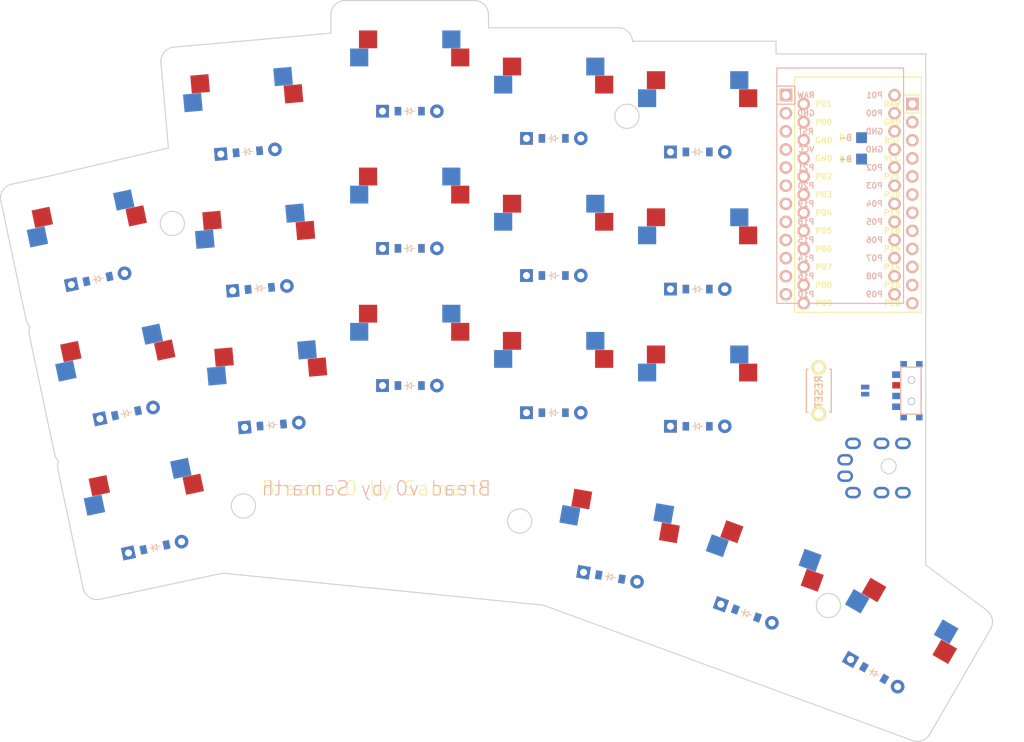
<source format=kicad_pcb>
(kicad_pcb (version 20241229) (generator "pcbnew") (generator_version "9.0")
  (title_block (title "board") (rev "1.1") (company "Scipio"))
  (layers (0 "F.Cu" signal) (2 "B.Cu" signal) (13 "F.Paste" user) (15 "B.Paste" user) (5 "F.SilkS" user) (7 "B.SilkS" user) (1 "F.Mask" user) (3 "B.Mask" user) (25 "Edge.Cuts" user))
  (net 0 "")
  (net 1 "pinky_bottom")
  (net 2 "col_pinky")
  (net 3 "pinky_home")
  (net 4 "pinky_top")
  (net 5 "ring_bottom")
  (net 6 "col_ring")
  (net 7 "ring_home")
  (net 8 "ring_top")
  (net 9 "middle_bottom")
  (net 10 "col_middle")
  (net 11 "middle_home")
  (net 12 "middle_top")
  (net 13 "index_bottom")
  (net 14 "col_index")
  (net 15 "index_home")
  (net 16 "index_top")
  (net 17 "inner_bottom")
  (net 18 "col_inner")
  (net 19 "inner_home")
  (net 20 "inner_top")
  (net 21 "near_thumb")
  (net 22 "home_thumb")
  (net 23 "far_thumb")
  (net 24 "row_bottom")
  (net 25 "row_home")
  (net 26 "row_top")
  (net 27 "row_thumb")
  (net 28 "RAW")
  (net 29 "GND")
  (net 30 "RST")
  (net 31 "VCC")
  (net 32 "P21")
  (net 33 "P16")
  (net 34 "P10")
  (net 35 "P1")
  (net 36 "P0")
  (net 37 "P2")
  (net 38 "P3")
  (net 39 "P8")
  (net 40 "P9")
  (net 41 "P20")
  (net 42 "P19")
  (net 43 "P18")
  (net 44 "P15")
  (net 45 "P14")
  (net 46 "P4")
  (net 47 "P5")
  (net 48 "P6")
  (net 49 "P7")
  (net 50 "Bplus")
  (footprint "E73:SPDT_C128955" (layer "F.Cu") (at 273 124.231 -90)
    (property "Reference" "T1" (hide yes))
    (property "Value" "" (hide yes))
    (pad "" smd rect (at -3.7 -1.1 270) (size 0.9 0.9) (layers "F.Cu" "F.Mask" "F.Paste"))
    (pad "" smd rect (at -3.7 1.1 270) (size 0.9 0.9) (layers "F.Cu" "F.Mask" "F.Paste"))
    (pad "" np_thru_hole circle (at -1.5 0) (size 1 1) (drill 0.9) (layers "*.Cu" "*.Mask"))
    (pad "" np_thru_hole circle (at 1.5 0) (size 1 1) (drill 0.9) (layers "*.Cu" "*.Mask"))
    (pad "" smd rect (at 3.7 -1.1 270) (size 0.9 0.9) (layers "F.Cu" "F.Mask" "F.Paste"))
    (pad "" smd rect (at 3.7 1.1 270) (size 0.9 0.9) (layers "F.Cu" "F.Mask" "F.Paste"))
    (pad "1" smd rect (at 2.25 2.075 270) (size 0.9 1.25) (layers "F.Cu" "F.Mask" "F.Paste"))
    (pad "2" smd rect (at -0.75 2.075 270) (size 0.9 1.25) (layers "F.Cu" "F.Mask" "F.Paste") (net 28 "RAW"))
    (pad "3" smd rect (at -2.25 2.075 270) (size 0.9 1.25) (layers "F.Cu" "F.Mask" "F.Paste") (net 50 "Bplus"))
  )
  (footprint "kbd:ResetSW" (layer "F.Cu") (at 260 124.231 -90)
    (property "Reference" "B1" (hide yes))
    (property "Value" "")
    (fp_text user "RESET" (at 0 0 270) (layer "F.SilkS"))
    (fp_text user "RESET" (at 0.127 0 270) (layer "B.SilkS") (effects (justify mirror)))
    (pad "1" thru_hole circle (at 3.25 0 270) (size 2 2) (drill 1.3) (layers "*.Cu" "*.Mask" "F.SilkS") (net 30 "RST"))
    (pad "2" thru_hole circle (at -3.25 0 270) (size 2 2) (drill 1.3) (layers "*.Cu" "*.Mask" "F.SilkS") (net 29 "GND"))
  )
  (footprint "MX" (layer "F.Cu") (at 182.829904 124.071438 5)
    (property "Reference" "S4" (hide yes))
    (property "Value" "" (hide yes))
    (pad "" np_thru_hole circle (at -5.08 0) (size 1.7018 1.7018) (drill 1.7018) (layers "*.Cu" "*.Mask"))
    (pad "" np_thru_hole circle (at -3.81 -2.54) (size 3 3) (drill 3) (layers "*.Cu" "*.Mask"))
    (pad "" np_thru_hole circle (at -2.54 -5.08) (size 3 3) (drill 3) (layers "*.Cu" "*.Mask"))
    (pad "" np_thru_hole circle (at 0 0) (size 3.9878 3.9878) (drill 3.9878) (layers "*.Cu" "*.Mask"))
    (pad "" np_thru_hole circle (at 2.54 -5.08) (size 3 3) (drill 3) (layers "*.Cu" "*.Mask"))
    (pad "" np_thru_hole circle (at 3.81 -2.54) (size 3 3) (drill 3) (layers "*.Cu" "*.Mask"))
    (pad "" np_thru_hole circle (at 5.08 0) (size 1.7018 1.7018) (drill 1.7018) (layers "*.Cu" "*.Mask"))
    (pad "1" smd rect (at -7.085 -2.54 5) (size 2.55 2.5) (layers "B.Cu" "B.Mask" "B.Paste") (net 5 "ring_bottom"))
    (pad "1" smd rect (at 7.085 -2.54 5) (size 2.55 2.5) (layers "F.Cu" "F.Mask" "F.Paste") (net 5 "ring_bottom"))
    (pad "2" smd rect (at -5.842 -5.08 5) (size 2.55 2.5) (layers "F.Cu" "F.Mask" "F.Paste") (net 6 "col_ring"))
    (pad "2" smd rect (at 5.842 -5.08 5) (size 2.55 2.5) (layers "B.Cu" "B.Mask" "B.Paste") (net 6 "col_ring"))
  )
  (footprint "MX" (layer "F.Cu") (at 157.850022 103.673299 12)
    (property "Reference" "S3" (hide yes))
    (property "Value" "" (hide yes))
    (pad "" np_thru_hole circle (at -5.08 0) (size 1.7018 1.7018) (drill 1.7018) (layers "*.Cu" "*.Mask"))
    (pad "" np_thru_hole circle (at -3.81 -2.54) (size 3 3) (drill 3) (layers "*.Cu" "*.Mask"))
    (pad "" np_thru_hole circle (at -2.54 -5.08) (size 3 3) (drill 3) (layers "*.Cu" "*.Mask"))
    (pad "" np_thru_hole circle (at 0 0) (size 3.9878 3.9878) (drill 3.9878) (layers "*.Cu" "*.Mask"))
    (pad "" np_thru_hole circle (at 2.540001 -5.08) (size 3 3) (drill 3) (layers "*.Cu" "*.Mask"))
    (pad "" np_thru_hole circle (at 3.81 -2.539999) (size 3 3) (drill 3) (layers "*.Cu" "*.Mask"))
    (pad "" np_thru_hole circle (at 5.08 0) (size 1.7018 1.7018) (drill 1.7018) (layers "*.Cu" "*.Mask"))
    (pad "1" smd rect (at -7.084999 -2.54 12) (size 2.55 2.5) (layers "B.Cu" "B.Mask" "B.Paste") (net 4 "pinky_top"))
    (pad "1" smd rect (at 7.085 -2.54 12) (size 2.55 2.5) (layers "F.Cu" "F.Mask" "F.Paste") (net 4 "pinky_top"))
    (pad "2" smd rect (at -5.842 -5.08 12) (size 2.55 2.5) (layers "F.Cu" "F.Mask" "F.Paste") (net 2 "col_pinky"))
    (pad "2" smd rect (at 5.842 -5.08 12) (size 2.55 2.5) (layers "B.Cu" "B.Mask" "B.Paste") (net 2 "col_pinky"))
  )
  (footprint "MX" (layer "F.Cu") (at 243 85.75)
    (property "Reference" "S15" (hide yes))
    (property "Value" "" (hide yes))
    (pad "" np_thru_hole circle (at -5.08 0) (size 1.7018 1.7018) (drill 1.7018) (layers "*.Cu" "*.Mask"))
    (pad "" np_thru_hole circle (at -3.81 -2.54) (size 3 3) (drill 3) (layers "*.Cu" "*.Mask"))
    (pad "" np_thru_hole circle (at -2.54 -5.08) (size 3 3) (drill 3) (layers "*.Cu" "*.Mask"))
    (pad "" np_thru_hole circle (at 0 0) (size 3.9878 3.9878) (drill 3.9878) (layers "*.Cu" "*.Mask"))
    (pad "" np_thru_hole circle (at 2.54 -5.08) (size 3 3) (drill 3) (layers "*.Cu" "*.Mask"))
    (pad "" np_thru_hole circle (at 3.81 -2.54) (size 3 3) (drill 3) (layers "*.Cu" "*.Mask"))
    (pad "" np_thru_hole circle (at 5.08 0) (size 1.7018 1.7018) (drill 1.7018) (layers "*.Cu" "*.Mask"))
    (pad "1" smd rect (at -7.085 -2.54) (size 2.55 2.5) (layers "B.Cu" "B.Mask" "B.Paste") (net 20 "inner_top"))
    (pad "1" smd rect (at 7.085 -2.54) (size 2.55 2.5) (layers "F.Cu" "F.Mask" "F.Paste") (net 20 "inner_top"))
    (pad "2" smd rect (at -5.842 -5.08) (size 2.55 2.5) (layers "F.Cu" "F.Mask" "F.Paste") (net 18 "col_inner"))
    (pad "2" smd rect (at 5.842 -5.08) (size 2.55 2.5) (layers "B.Cu" "B.Mask" "B.Paste") (net 18 "col_inner"))
  )
  (footprint "MX" (layer "F.Cu") (at 165.850672 141.313397 12)
    (property "Reference" "S1" (hide yes))
    (property "Value" "" (hide yes))
    (pad "" np_thru_hole circle (at -5.08 0) (size 1.7018 1.7018) (drill 1.7018) (layers "*.Cu" "*.Mask"))
    (pad "" np_thru_hole circle (at -3.81 -2.54) (size 3 3) (drill 3) (layers "*.Cu" "*.Mask"))
    (pad "" np_thru_hole circle (at -2.54 -5.08) (size 3 3) (drill 3) (layers "*.Cu" "*.Mask"))
    (pad "" np_thru_hole circle (at 0 0) (size 3.9878 3.9878) (drill 3.9878) (layers "*.Cu" "*.Mask"))
    (pad "" np_thru_hole circle (at 2.540001 -5.08) (size 3 3) (drill 3) (layers "*.Cu" "*.Mask"))
    (pad "" np_thru_hole circle (at 3.81 -2.539999) (size 3 3) (drill 3) (layers "*.Cu" "*.Mask"))
    (pad "" np_thru_hole circle (at 5.08 0) (size 1.7018 1.7018) (drill 1.7018) (layers "*.Cu" "*.Mask"))
    (pad "1" smd rect (at -7.084999 -2.54 12) (size 2.55 2.5) (layers "B.Cu" "B.Mask" "B.Paste") (net 1 "pinky_bottom"))
    (pad "1" smd rect (at 7.085 -2.54 12) (size 2.55 2.5) (layers "F.Cu" "F.Mask" "F.Paste") (net 1 "pinky_bottom"))
    (pad "2" smd rect (at -5.842 -5.08 12) (size 2.55 2.5) (layers "F.Cu" "F.Mask" "F.Paste") (net 2 "col_pinky"))
    (pad "2" smd rect (at 5.842 -5.08 12) (size 2.55 2.5) (layers "B.Cu" "B.Mask" "B.Paste") (net 2 "col_pinky"))
  )
  (footprint "ProMicro" (layer "F.Cu") (at 265.5 98 -90)
    (property "Reference" "MCU2" (hide yes))
    (property "Value" "" (hide yes))
    (fp_text user "P05" (at 3.81 4.8 0) (layer "F.SilkS") (effects (font (size 0.8 0.8))))
    (fp_text user "VCC" (at -6.35 -4.8 0) (layer "F.SilkS") (effects (font (size 0.8 0.8))))
    (fp_text user "GND" (at -6.35 4.8 0) (layer "F.SilkS") (effects (font (size 0.8 0.8))))
    (fp_text user "P10" (at 13.97 -4.8 0) (layer "F.SilkS") (effects (font (size 0.8 0.8))))
    (fp_text user "GND" (at -11.43 -4.8 0) (layer "F.SilkS") (effects (font (size 0.8 0.8))))
    (fp_text user "GND" (at -8.89 4.8 0) (layer "F.SilkS") (effects (font (size 0.8 0.8))))
    (fp_text user "P09" (at 13.97 4.8 0) (layer "F.SilkS") (effects (font (size 0.8 0.8))))
    (fp_text user "P21" (at -3.81 -4.8 0) (layer "F.SilkS") (effects (font (size 0.8 0.8))))
    (fp_text user "P06" (at 6.35 4.8 0) (layer "F.SilkS") (effects (font (size 0.8 0.8))))
    (fp_text user "RAW" (at -13.97 -4.8 0) (layer "F.SilkS") (effects (font (size 0.8 0.8))))
    (fp_text user "P01" (at -13.97 4.8 0) (layer "F.SilkS") (effects (font (size 0.8 0.8))))
    (fp_text user "P02" (at -3.81 4.8 0) (layer "F.SilkS") (effects (font (size 0.8 0.8))))
    (fp_text user "P03" (at -1.27 4.8 0) (layer "F.SilkS") (effects (font (size 0.8 0.8))))
    (fp_text user "P19" (at 1.27 -4.8 0) (layer "F.SilkS") (effects (font (size 0.8 0.8))))
    (fp_text user "P16" (at 11.43 -4.8 0) (layer "F.SilkS") (effects (font (size 0.8 0.8))))
    (fp_text user "P20" (at -1.27 -4.8 0) (layer "F.SilkS") (effects (font (size 0.8 0.8))))
    (fp_text user "P00" (at -11.43 4.8 0) (layer "F.SilkS") (effects (font (size 0.8 0.8))))
    (fp_text user "P07" (at 8.89 4.8 0) (layer "F.SilkS") (effects (font (size 0.8 0.8))))
    (fp_text user "RST" (at -8.89 -4.8 0) (layer "F.SilkS") (effects (font (size 0.8 0.8))))
    (fp_text user "P08" (at 11.43 4.8 0) (layer "F.SilkS") (effects (font (size 0.8 0.8))))
    (fp_text user "P04" (at 1.27 4.8 0) (layer "F.SilkS") (effects (font (size 0.8 0.8))))
    (fp_text user "P14" (at 8.89 -4.8 0) (layer "F.SilkS") (effects (font (size 0.8 0.8))))
    (fp_text user "P15" (at 6.35 -4.8 0) (layer "F.SilkS") (effects (font (size 0.8 0.8))))
    (fp_text user "P18" (at 3.81 -4.8 0) (layer "F.SilkS") (effects (font (size 0.8 0.8))))
    (pad "1" thru_hole rect (at -13.97 -7.62 270) (size 1.7526 1.7526) (drill 1.0922) (layers "*.Cu" "*.SilkS" "*.Mask") (net 28 "RAW"))
    (pad "2" thru_hole circle (at -11.43 -7.62) (size 1.7526 1.7526) (drill 1.0922) (layers "*.Cu" "*.SilkS" "*.Mask") (net 29 "GND"))
    (pad "3" thru_hole circle (at -8.89 -7.62) (size 1.7526 1.7526) (drill 1.0922) (layers "*.Cu" "*.SilkS" "*.Mask") (net 30 "RST"))
    (pad "4" thru_hole circle (at -6.35 -7.62) (size 1.7526 1.7526) (drill 1.0922) (layers "*.Cu" "*.SilkS" "*.Mask") (net 31 "VCC"))
    (pad "5" thru_hole circle (at -3.81 -7.62) (size 1.7526 1.7526) (drill 1.0922) (layers "*.Cu" "*.SilkS" "*.Mask") (net 32 "P21"))
    (pad "6" thru_hole circle (at -1.27 -7.62) (size 1.7526 1.7526) (drill 1.0922) (layers "*.Cu" "*.SilkS" "*.Mask") (net 41 "P20"))
    (pad "7" thru_hole circle (at 1.27 -7.62) (size 1.7526 1.7526) (drill 1.0922) (layers "*.Cu" "*.SilkS" "*.Mask") (net 42 "P19"))
    (pad "8" thru_hole circle (at 3.81 -7.62) (size 1.7526 1.7526) (drill 1.0922) (layers "*.Cu" "*.SilkS" "*.Mask") (net 43 "P18"))
    (pad "9" thru_hole circle (at 6.35 -7.62) (size 1.7526 1.7526) (drill 1.0922) (layers "*.Cu" "*.SilkS" "*.Mask") (net 44 "P15"))
    (pad "10" thru_hole circle (at 8.89 -7.62) (size 1.7526 1.7526) (drill 1.0922) (layers "*.Cu" "*.SilkS" "*.Mask") (net 45 "P14"))
    (pad "11" thru_hole circle (at 11.43 -7.62) (size 1.7526 1.7526) (drill 1.0922) (layers "*.Cu" "*.SilkS" "*.Mask") (net 33 "P16"))
    (pad "12" thru_hole circle (at 13.97 -7.62) (size 1.7526 1.7526) (drill 1.0922) (layers "*.Cu" "*.SilkS" "*.Mask") (net 34 "P10"))
    (pad "13" thru_hole circle (at -13.97 7.62) (size 1.7526 1.7526) (drill 1.0922) (layers "*.Cu" "*.SilkS" "*.Mask") (net 35 "P1"))
    (pad "14" thru_hole circle (at -11.43 7.62) (size 1.7526 1.7526) (drill 1.0922) (layers "*.Cu" "*.SilkS" "*.Mask") (net 36 "P0"))
    (pad "15" thru_hole circle (at -8.89 7.62) (size 1.7526 1.7526) (drill 1.0922) (layers "*.Cu" "*.SilkS" "*.Mask") (net 29 "GND"))
    (pad "16" thru_hole circle (at -6.35 7.62) (size 1.7526 1.7526) (drill 1.0922) (layers "*.Cu" "*.SilkS" "*.Mask") (net 29 "GND"))
    (pad "17" thru_hole circle (at -3.81 7.62) (size 1.7526 1.7526) (drill 1.0922) (layers "*.Cu" "*.SilkS" "*.Mask") (net 37 "P2"))
    (pad "18" thru_hole circle (at -1.27 7.62) (size 1.7526 1.7526) (drill 1.0922) (layers "*.Cu" "*.SilkS" "*.Mask") (net 38 "P3"))
    (pad "19" thru_hole circle (at 1.27 7.62) (size 1.7526 1.7526) (drill 1.0922) (layers "*.Cu" "*.SilkS" "*.Mask") (net 46 "P4"))
    (pad "20" thru_hole circle (at 3.81 7.62) (size 1.7526 1.7526) (drill 1.0922) (layers "*.Cu" "*.SilkS" "*.Mask") (net 47 "P5"))
    (pad "21" thru_hole circle (at 6.35 7.62) (size 1.7526 1.7526) (drill 1.0922) (layers "*.Cu" "*.SilkS" "*.Mask") (net 48 "P6"))
    (pad "22" thru_hole circle (at 8.89 7.62) (size 1.7526 1.7526) (drill 1.0922) (layers "*.Cu" "*.SilkS" "*.Mask") (net 49 "P7"))
    (pad "23" thru_hole circle (at 11.43 7.62) (size 1.7526 1.7526) (drill 1.0922) (layers "*.Cu" "*.SilkS" "*.Mask") (net 39 "P8"))
    (pad "24" thru_hole circle (at 13.97 7.62) (size 1.7526 1.7526) (drill 1.0922) (layers "*.Cu" "*.SilkS" "*.Mask") (net 40 "P9"))
  )
  (footprint "MX" (layer "F.Cu") (at 202.614 80.035)
    (property "Reference" "S9" (hide yes))
    (property "Value" "" (hide yes))
    (pad "" np_thru_hole circle (at -5.08 0) (size 1.7018 1.7018) (drill 1.7018) (layers "*.Cu" "*.Mask"))
    (pad "" np_thru_hole circle (at -3.81 -2.54) (size 3 3) (drill 3) (layers "*.Cu" "*.Mask"))
    (pad "" np_thru_hole circle (at -2.54 -5.08) (size 3 3) (drill 3) (layers "*.Cu" "*.Mask"))
    (pad "" np_thru_hole circle (at 0 0) (size 3.9878 3.9878) (drill 3.9878) (layers "*.Cu" "*.Mask"))
    (pad "" np_thru_hole circle (at 2.54 -5.08) (size 3 3) (drill 3) (layers "*.Cu" "*.Mask"))
    (pad "" np_thru_hole circle (at 3.81 -2.54) (size 3 3) (drill 3) (layers "*.Cu" "*.Mask"))
    (pad "" np_thru_hole circle (at 5.08 0) (size 1.7018 1.7018) (drill 1.7018) (layers "*.Cu" "*.Mask"))
    (pad "1" smd rect (at -7.085 -2.54) (size 2.55 2.5) (layers "B.Cu" "B.Mask" "B.Paste") (net 12 "middle_top"))
    (pad "1" smd rect (at 7.085 -2.54) (size 2.55 2.5) (layers "F.Cu" "F.Mask" "F.Paste") (net 12 "middle_top"))
    (pad "2" smd rect (at -5.842 -5.08) (size 2.55 2.5) (layers "F.Cu" "F.Mask" "F.Paste") (net 10 "col_middle"))
    (pad "2" smd rect (at 5.842 -5.08) (size 2.55 2.5) (layers "B.Cu" "B.Mask" "B.Paste") (net 10 "col_middle"))
  )
  (footprint "MX" (layer "F.Cu") (at 202.614 118.516)
    (property "Reference" "S7" (hide yes))
    (property "Value" "" (hide yes))
    (pad "" np_thru_hole circle (at -5.08 0) (size 1.7018 1.7018) (drill 1.7018) (layers "*.Cu" "*.Mask"))
    (pad "" np_thru_hole circle (at -3.81 -2.54) (size 3 3) (drill 3) (layers "*.Cu" "*.Mask"))
    (pad "" np_thru_hole circle (at -2.54 -5.08) (size 3 3) (drill 3) (layers "*.Cu" "*.Mask"))
    (pad "" np_thru_hole circle (at 0 0) (size 3.9878 3.9878) (drill 3.9878) (layers "*.Cu" "*.Mask"))
    (pad "" np_thru_hole circle (at 2.54 -5.08) (size 3 3) (drill 3) (layers "*.Cu" "*.Mask"))
    (pad "" np_thru_hole circle (at 3.81 -2.54) (size 3 3) (drill 3) (layers "*.Cu" "*.Mask"))
    (pad "" np_thru_hole circle (at 5.08 0) (size 1.7018 1.7018) (drill 1.7018) (layers "*.Cu" "*.Mask"))
    (pad "1" smd rect (at -7.085 -2.54) (size 2.55 2.5) (layers "B.Cu" "B.Mask" "B.Paste") (net 9 "middle_bottom"))
    (pad "1" smd rect (at 7.085 -2.54) (size 2.55 2.5) (layers "F.Cu" "F.Mask" "F.Paste") (net 9 "middle_bottom"))
    (pad "2" smd rect (at -5.842 -5.08) (size 2.55 2.5) (layers "F.Cu" "F.Mask" "F.Paste") (net 10 "col_middle"))
    (pad "2" smd rect (at 5.842 -5.08) (size 2.55 2.5) (layers "B.Cu" "B.Mask" "B.Paste") (net 10 "col_middle"))
  )
  (footprint "MX" (layer "F.Cu") (at 243 124.231)
    (property "Reference" "S13" (hide yes))
    (property "Value" "" (hide yes))
    (pad "" np_thru_hole circle (at -5.08 0) (size 1.7018 1.7018) (drill 1.7018) (layers "*.Cu" "*.Mask"))
    (pad "" np_thru_hole circle (at -3.81 -2.54) (size 3 3) (drill 3) (layers "*.Cu" "*.Mask"))
    (pad "" np_thru_hole circle (at -2.54 -5.08) (size 3 3) (drill 3) (layers "*.Cu" "*.Mask"))
    (pad "" np_thru_hole circle (at 0 0) (size 3.9878 3.9878) (drill 3.9878) (layers "*.Cu" "*.Mask"))
    (pad "" np_thru_hole circle (at 2.54 -5.08) (size 3 3) (drill 3) (layers "*.Cu" "*.Mask"))
    (pad "" np_thru_hole circle (at 3.81 -2.54) (size 3 3) (drill 3) (layers "*.Cu" "*.Mask"))
    (pad "" np_thru_hole circle (at 5.08 0) (size 1.7018 1.7018) (drill 1.7018) (layers "*.Cu" "*.Mask"))
    (pad "1" smd rect (at -7.085 -2.54) (size 2.55 2.5) (layers "B.Cu" "B.Mask" "B.Paste") (net 17 "inner_bottom"))
    (pad "1" smd rect (at 7.085 -2.54) (size 2.55 2.5) (layers "F.Cu" "F.Mask" "F.Paste") (net 17 "inner_bottom"))
    (pad "2" smd rect (at -5.842 -5.08) (size 2.55 2.5) (layers "F.Cu" "F.Mask" "F.Paste") (net 18 "col_inner"))
    (pad "2" smd rect (at 5.842 -5.08) (size 2.55 2.5) (layers "B.Cu" "B.Mask" "B.Paste") (net 18 "col_inner"))
  )
  (footprint "lib:Jumper" (layer "F.Cu") (at 266.5 124.231 -90)
    (property "Reference" "J1" (hide yes))
    (property "Value" "Jumper")
    (pad "1" smd rect (at -0.50038 0 270) (size 0.635 1.143) (layers "B.Cu" "B.Mask" "B.Paste") (net 50 "Bplus") (clearance 0.1905))
    (pad "2" smd rect (at 0.50038 0 270) (size 0.635 1.143) (layers "B.Cu" "B.Mask" "B.Paste") (net 28 "RAW") (clearance 0.1905))
  )
  (footprint "MX" (layer "F.Cu") (at 181.152984 104.904154 5)
    (property "Reference" "S5" (hide yes))
    (property "Value" "" (hide yes))
    (pad "" np_thru_hole circle (at -5.08 0) (size 1.7018 1.7018) (drill 1.7018) (layers "*.Cu" "*.Mask"))
    (pad "" np_thru_hole circle (at -3.81 -2.54) (size 3 3) (drill 3) (layers "*.Cu" "*.Mask"))
    (pad "" np_thru_hole circle (at -2.54 -5.08) (size 3 3) (drill 3) (layers "*.Cu" "*.Mask"))
    (pad "" np_thru_hole circle (at 0 0) (size 3.9878 3.9878) (drill 3.9878) (layers "*.Cu" "*.Mask"))
    (pad "" np_thru_hole circle (at 2.54 -5.08) (size 3 3) (drill 3) (layers "*.Cu" "*.Mask"))
    (pad "" np_thru_hole circle (at 3.81 -2.54) (size 3 3) (drill 3) (layers "*.Cu" "*.Mask"))
    (pad "" np_thru_hole circle (at 5.08 0) (size 1.7018 1.7018) (drill 1.7018) (layers "*.Cu" "*.Mask"))
    (pad "1" smd rect (at -7.085 -2.54 5) (size 2.55 2.5) (layers "B.Cu" "B.Mask" "B.Paste") (net 7 "ring_home"))
    (pad "1" smd rect (at 7.085 -2.54 5) (size 2.55 2.5) (layers "F.Cu" "F.Mask" "F.Paste") (net 7 "ring_home"))
    (pad "2" smd rect (at -5.842 -5.08 5) (size 2.55 2.5) (layers "F.Cu" "F.Mask" "F.Paste") (net 6 "col_ring"))
    (pad "2" smd rect (at 5.842 -5.08 5) (size 2.55 2.5) (layers "B.Cu" "B.Mask" "B.Paste") (net 6 "col_ring"))
  )
  (footprint "ComboDiode" (layer "F.Cu") (at 202.614 123.516)
    (property "Reference" "D7" (hide yes))
    (property "Value" "" (hide yes))
    (pad "1" thru_hole rect (at -3.81 0) (size 1.778 1.778) (drill 0.9906) (layers "*.Cu" "*.Mask") (net 24 "row_bottom"))
    (pad "1" smd rect (at -1.65 0) (size 0.9 1.2) (layers "F.Cu" "F.Mask" "F.Paste") (net 24 "row_bottom"))
    (pad "1" smd rect (at -1.65 0) (size 0.9 1.2) (layers "B.Cu" "B.Mask" "B.Paste") (net 24 "row_bottom"))
    (pad "2" smd rect (at 1.65 0) (size 0.9 1.2) (layers "F.Cu" "F.Mask" "F.Paste") (net 9 "middle_bottom"))
    (pad "2" smd rect (at 1.65 0) (size 0.9 1.2) (layers "B.Cu" "B.Mask" "B.Paste") (net 9 "middle_bottom"))
    (pad "2" thru_hole circle (at 3.81 0) (size 1.905 1.905) (drill 0.9906) (layers "*.Cu" "*.Mask") (net 9 "middle_bottom"))
  )
  (footprint "MX" (layer "F.Cu") (at 270.257244 159.515277 -30)
    (property "Reference" "S18" (hide yes))
    (property "Value" "" (hide yes))
    (pad "" np_thru_hole circle (at -5.08 0) (size 1.7018 1.7018) (drill 1.7018) (layers "*.Cu" "*.Mask"))
    (pad "" np_thru_hole circle (at -3.81 -2.54) (size 3 3) (drill 3) (layers "*.Cu" "*.Mask"))
    (pad "" np_thru_hole circle (at -2.54 -5.08) (size 3 3) (drill 3) (layers "*.Cu" "*.Mask"))
    (pad "" np_thru_hole circle (at 0 0) (size 3.9878 3.9878) (drill 3.9878) (layers "*.Cu" "*.Mask"))
    (pad "" np_thru_hole circle (at 2.54 -5.08) (size 3 3) (drill 3) (layers "*.Cu" "*.Mask"))
    (pad "" np_thru_hole circle (at 3.81 -2.540001) (size 3 3) (drill 3) (layers "*.Cu" "*.Mask"))
    (pad "" np_thru_hole circle (at 5.08 0) (size 1.7018 1.7018) (drill 1.7018) (layers "*.Cu" "*.Mask"))
    (pad "1" smd rect (at -7.085 -2.54 330) (size 2.55 2.5) (layers "B.Cu" "B.Mask" "B.Paste") (net 23 "far_thumb"))
    (pad "1" smd rect (at 7.085 -2.54 330) (size 2.55 2.5) (layers "F.Cu" "F.Mask" "F.Paste") (net 23 "far_thumb"))
    (pad "2" smd rect (at -5.842 -5.08 330) (size 2.55 2.5) (layers "F.Cu" "F.Mask" "F.Paste") (net 18 "col_inner"))
    (pad "2" smd rect (at 5.842 -5.08 330) (size 2.55 2.5) (layers "B.Cu" "B.Mask" "B.Paste") (net 18 "col_inner"))
  )
  (footprint "SMDPad" (layer "F.Cu") (at 266 91.75)
    (property "Reference" "PAD1" (hide yes))
    (property "Value" "" (hide yes))
    (fp_text user "B+" (at -2.25 0 0) (layer "F.SilkS") (effects (font (size 0.8 0.8))))
    (fp_text user "B+" (at -2.25 0 0) (layer "B.SilkS") (effects (font (size 0.8 0.8)) (justify mirror)))
    (pad "1" smd rect (at 0 0) (size 1.5 1.5) (layers "F.Cu" "F.Mask" "F.Paste") (net 50 "Bplus"))
    (pad "1" smd rect (at 0 0) (size 1.5 1.5) (layers "B.Cu" "B.Mask" "B.Paste") (net 50 "Bplus"))
  )
  (footprint "ComboDiode" (layer "F.Cu") (at 179.911843 90.717843 5)
    (property "Reference" "D6" (hide yes))
    (property "Value" "" (hide yes))
    (pad "1" thru_hole rect (at -3.81 0 5) (size 1.778 1.778) (drill 0.9906) (layers "*.Cu" "*.Mask") (net 26 "row_top"))
    (pad "1" smd rect (at -1.65 0 5) (size 0.9 1.2) (layers "F.Cu" "F.Mask" "F.Paste") (net 26 "row_top"))
    (pad "1" smd rect (at -1.65 0 5) (size 0.9 1.2) (layers "B.Cu" "B.Mask" "B.Paste") (net 26 "row_top"))
    (pad "2" smd rect (at 1.65 0 5) (size 0.9 1.2) (layers "F.Cu" "F.Mask" "F.Paste") (net 8 "ring_top"))
    (pad "2" smd rect (at 1.65 0 5) (size 0.9 1.2) (layers "B.Cu" "B.Mask" "B.Paste") (net 8 "ring_top"))
    (pad "2" thru_hole circle (at 3.81 0 5) (size 1.905 1.905) (drill 0.9906) (layers "*.Cu" "*.Mask") (net 8 "ring_top"))
  )
  (footprint "ComboDiode" (layer "F.Cu") (at 202.614 104.2755)
    (property "Reference" "D8" (hide yes))
    (property "Value" "" (hide yes))
    (pad "1" thru_hole rect (at -3.81 0) (size 1.778 1.778) (drill 0.9906) (layers "*.Cu" "*.Mask") (net 25 "row_home"))
    (pad "1" smd rect (at -1.65 0) (size 0.9 1.2) (layers "F.Cu" "F.Mask" "F.Paste") (net 25 "row_home"))
    (pad "1" smd rect (at -1.65 0) (size 0.9 1.2) (layers "B.Cu" "B.Mask" "B.Paste") (net 25 "row_home"))
    (pad "2" smd rect (at 1.65 0) (size 0.9 1.2) (layers "F.Cu" "F.Mask" "F.Paste") (net 11 "middle_home"))
    (pad "2" smd rect (at 1.65 0) (size 0.9 1.2) (layers "B.Cu" "B.Mask" "B.Paste") (net 11 "middle_home"))
    (pad "2" thru_hole circle (at 3.81 0) (size 1.905 1.905) (drill 0.9906) (layers "*.Cu" "*.Mask") (net 11 "middle_home"))
  )
  (footprint "ComboDiode" (layer "F.Cu") (at 183.265683 129.052411 5)
    (property "Reference" "D4" (hide yes))
    (property "Value" "" (hide yes))
    (pad "1" thru_hole rect (at -3.81 0 5) (size 1.778 1.778) (drill 0.9906) (layers "*.Cu" "*.Mask") (net 24 "row_bottom"))
    (pad "1" smd rect (at -1.65 0 5) (size 0.9 1.2) (layers "F.Cu" "F.Mask" "F.Paste") (net 24 "row_bottom"))
    (pad "1" smd rect (at -1.65 0 5) (size 0.9 1.2) (layers "B.Cu" "B.Mask" "B.Paste") (net 24 "row_bottom"))
    (pad "2" smd rect (at 1.65 0 5) (size 0.9 1.2) (layers "F.Cu" "F.Mask" "F.Paste") (net 5 "ring_bottom"))
    (pad "2" smd rect (at 1.65 0 5) (size 0.9 1.2) (layers "B.Cu" "B.Mask" "B.Paste") (net 5 "ring_bottom"))
    (pad "2" thru_hole circle (at 3.81 0 5) (size 1.905 1.905) (drill 0.9906) (layers "*.Cu" "*.Mask") (net 5 "ring_bottom"))
  )
  (footprint "ComboDiode" (layer "F.Cu") (at 243 109.9905)
    (property "Reference" "D14" (hide yes))
    (property "Value" "" (hide yes))
    (pad "1" thru_hole rect (at -3.81 0) (size 1.778 1.778) (drill 0.9906) (layers "*.Cu" "*.Mask") (net 25 "row_home"))
    (pad "1" smd rect (at -1.65 0) (size 0.9 1.2) (layers "F.Cu" "F.Mask" "F.Paste") (net 25 "row_home"))
    (pad "1" smd rect (at -1.65 0) (size 0.9 1.2) (layers "B.Cu" "B.Mask" "B.Paste") (net 25 "row_home"))
    (pad "2" smd rect (at 1.65 0) (size 0.9 1.2) (layers "F.Cu" "F.Mask" "F.Paste") (net 19 "inner_home"))
    (pad "2" smd rect (at 1.65 0) (size 0.9 1.2) (layers "B.Cu" "B.Mask" "B.Paste") (net 19 "inner_home"))
    (pad "2" thru_hole circle (at 3.81 0) (size 1.905 1.905) (drill 0.9906) (layers "*.Cu" "*.Mask") (net 19 "inner_home"))
  )
  (footprint "ComboDiode" (layer "F.Cu") (at 267.757244 163.845404 -30)
    (property "Reference" "D18" (hide yes))
    (property "Value" "" (hide yes))
    (pad "1" thru_hole rect (at -3.81 0 330) (size 1.778 1.778) (drill 0.9906) (layers "*.Cu" "*.Mask") (net 27 "row_thumb"))
    (pad "1" smd rect (at -1.65 0 330) (size 0.9 1.2) (layers "F.Cu" "F.Mask" "F.Paste") (net 27 "row_thumb"))
    (pad "1" smd rect (at -1.65 0 330) (size 0.9 1.2) (layers "B.Cu" "B.Mask" "B.Paste") (net 27 "row_thumb"))
    (pad "2" smd rect (at 1.65 0 330) (size 0.9 1.2) (layers "F.Cu" "F.Mask" "F.Paste") (net 23 "far_thumb"))
    (pad "2" smd rect (at 1.65 0 330) (size 0.9 1.2) (layers "B.Cu" "B.Mask" "B.Paste") (net 23 "far_thumb"))
    (pad "2" thru_hole circle (at 3.81 0 330) (size 1.905 1.905) (drill 0.9906) (layers "*.Cu" "*.Mask") (net 23 "far_thumb"))
  )
  (footprint "ComboDiode" (layer "F.Cu") (at 162.889906 127.384086 12)
    (property "Reference" "D2" (hide yes))
    (property "Value" "" (hide yes))
    (pad "1" thru_hole rect (at -3.81 0.000001 12) (size 1.778 1.778) (drill 0.9906) (layers "*.Cu" "*.Mask") (net 25 "row_home"))
    (pad "1" smd rect (at -1.65 0 12) (size 0.9 1.2) (layers "F.Cu" "F.Mask" "F.Paste") (net 25 "row_home"))
    (pad "1" smd rect (at -1.65 0 12) (size 0.9 1.2) (layers "B.Cu" "B.Mask" "B.Paste") (net 25 "row_home"))
    (pad "2" smd rect (at 1.65 0 12) (size 0.9 1.2) (layers "F.Cu" "F.Mask" "F.Paste") (net 3 "pinky_home"))
    (pad "2" smd rect (at 1.65 0 12) (size 0.9 1.2) (layers "B.Cu" "B.Mask" "B.Paste") (net 3 "pinky_home"))
    (pad "2" thru_hole circle (at 3.81 -0.000001 12) (size 1.905 1.905) (drill 0.9906) (layers "*.Cu" "*.Mask") (net 3 "pinky_home"))
  )
  (footprint "MX" (layer "F.Cu") (at 222.807 122.326)
    (property "Reference" "S10" (hide yes))
    (property "Value" "" (hide yes))
    (pad "" np_thru_hole circle (at -5.08 0) (size 1.7018 1.7018) (drill 1.7018) (layers "*.Cu" "*.Mask"))
    (pad "" np_thru_hole circle (at -3.81 -2.54) (size 3 3) (drill 3) (layers "*.Cu" "*.Mask"))
    (pad "" np_thru_hole circle (at -2.54 -5.08) (size 3 3) (drill 3) (layers "*.Cu" "*.Mask"))
    (pad "" np_thru_hole circle (at 0 0) (size 3.9878 3.9878) (drill 3.9878) (layers "*.Cu" "*.Mask"))
    (pad "" np_thru_hole circle (at 2.54 -5.08) (size 3 3) (drill 3) (layers "*.Cu" "*.Mask"))
    (pad "" np_thru_hole circle (at 3.81 -2.54) (size 3 3) (drill 3) (layers "*.Cu" "*.Mask"))
    (pad "" np_thru_hole circle (at 5.08 0) (size 1.7018 1.7018) (drill 1.7018) (layers "*.Cu" "*.Mask"))
    (pad "1" smd rect (at -7.085 -2.54) (size 2.55 2.5) (layers "B.Cu" "B.Mask" "B.Paste") (net 13 "index_bottom"))
    (pad "1" smd rect (at 7.085 -2.54) (size 2.55 2.5) (layers "F.Cu" "F.Mask" "F.Paste") (net 13 "index_bottom"))
    (pad "2" smd rect (at -5.842 -5.08) (size 2.55 2.5) (layers "F.Cu" "F.Mask" "F.Paste") (net 14 "col_index"))
    (pad "2" smd rect (at 5.842 -5.08) (size 2.55 2.5) (layers "B.Cu" "B.Mask" "B.Paste") (net 14 "col_index"))
  )
  (footprint "ComboDiode" (layer "F.Cu") (at 222.807 88.845)
    (property "Reference" "D12" (hide yes))
    (property "Value" "" (hide yes))
    (pad "1" thru_hole rect (at -3.81 0) (size 1.778 1.778) (drill 0.9906) (layers "*.Cu" "*.Mask") (net 26 "row_top"))
    (pad "1" smd rect (at -1.65 0) (size 0.9 1.2) (layers "F.Cu" "F.Mask" "F.Paste") (net 26 "row_top"))
    (pad "1" smd rect (at -1.65 0) (size 0.9 1.2) (layers "B.Cu" "B.Mask" "B.Paste") (net 26 "row_top"))
    (pad "2" smd rect (at 1.65 0) (size 0.9 1.2) (layers "F.Cu" "F.Mask" "F.Paste") (net 16 "index_top"))
    (pad "2" smd rect (at 1.65 0) (size 0.9 1.2) (layers "B.Cu" "B.Mask" "B.Paste") (net 16 "index_top"))
    (pad "2" thru_hole circle (at 3.81 0) (size 1.905 1.905) (drill 0.9906) (layers "*.Cu" "*.Mask") (net 16 "index_top"))
  )
  (footprint "ComboDiode" (layer "F.Cu") (at 230.750172 150.375931 -10)
    (property "Reference" "D16" (hide yes))
    (property "Value" "" (hide yes))
    (pad "1" thru_hole rect (at -3.810001 0 350) (size 1.778 1.778) (drill 0.9906) (layers "*.Cu" "*.Mask") (net 27 "row_thumb"))
    (pad "1" smd rect (at -1.65 0.000001 350) (size 0.9 1.2) (layers "F.Cu" "F.Mask" "F.Paste") (net 27 "row_thumb"))
    (pad "1" smd rect (at -1.65 0.000001 350) (size 0.9 1.2) (layers "B.Cu" "B.Mask" "B.Paste") (net 27 "row_thumb"))
    (pad "2" smd rect (at 1.65 -0.000001 350) (size 0.9 1.2) (layers "F.Cu" "F.Mask" "F.Paste") (net 21 "near_thumb"))
    (pad "2" smd rect (at 1.65 -0.000001 350) (size 0.9 1.2) (layers "B.Cu" "B.Mask" "B.Paste") (net 21 "near_thumb"))
    (pad "2" thru_hole circle (at 3.810001 0 350) (size 1.905 1.905) (drill 0.9906) (layers "*.Cu" "*.Mask") (net 21 "near_thumb"))
  )
  (footprint "MX" (layer "F.Cu") (at 179.476064 85.73687 5)
    (property "Reference" "S6" (hide yes))
    (property "Value" "" (hide yes))
    (pad "" np_thru_hole circle (at -5.08 0) (size 1.7018 1.7018) (drill 1.7018) (layers "*.Cu" "*.Mask"))
    (pad "" np_thru_hole circle (at -3.81 -2.54) (size 3 3) (drill 3) (layers "*.Cu" "*.Mask"))
    (pad "" np_thru_hole circle (at -2.54 -5.08) (size 3 3) (drill 3) (layers "*.Cu" "*.Mask"))
    (pad "" np_thru_hole circle (at 0 0) (size 3.9878 3.9878) (drill 3.9878) (layers "*.Cu" "*.Mask"))
    (pad "" np_thru_hole circle (at 2.54 -5.08) (size 3 3) (drill 3) (layers "*.Cu" "*.Mask"))
    (pad "" np_thru_hole circle (at 3.81 -2.54) (size 3 3) (drill 3) (layers "*.Cu" "*.Mask"))
    (pad "" np_thru_hole circle (at 5.08 0) (size 1.7018 1.7018) (drill 1.7018) (layers "*.Cu" "*.Mask"))
    (pad "1" smd rect (at -7.085 -2.54 5) (size 2.55 2.5) (layers "B.Cu" "B.Mask" "B.Paste") (net 8 "ring_top"))
    (pad "1" smd rect (at 7.085 -2.54 5) (size 2.55 2.5) (layers "F.Cu" "F.Mask" "F.Paste") (net 8 "ring_top"))
    (pad "2" smd rect (at -5.842 -5.08 5) (size 2.55 2.5) (layers "F.Cu" "F.Mask" "F.Paste") (net 6 "col_ring"))
    (pad "2" smd rect (at 5.842 -5.08 5) (size 2.55 2.5) (layers "B.Cu" "B.Mask" "B.Paste") (net 6 "col_ring"))
  )
  (footprint "ComboDiode" (layer "F.Cu") (at 243 129.231)
    (property "Reference" "D13" (hide yes))
    (property "Value" "" (hide yes))
    (pad "1" thru_hole rect (at -3.81 0) (size 1.778 1.778) (drill 0.9906) (layers "*.Cu" "*.Mask") (net 24 "row_bottom"))
    (pad "1" smd rect (at -1.65 0) (size 0.9 1.2) (layers "F.Cu" "F.Mask" "F.Paste") (net 24 "row_bottom"))
    (pad "1" smd rect (at -1.65 0) (size 0.9 1.2) (layers "B.Cu" "B.Mask" "B.Paste") (net 24 "row_bottom"))
    (pad "2" smd rect (at 1.65 0) (size 0.9 1.2) (layers "F.Cu" "F.Mask" "F.Paste") (net 17 "inner_bottom"))
    (pad "2" smd rect (at 1.65 0) (size 0.9 1.2) (layers "B.Cu" "B.Mask" "B.Paste") (net 17 "inner_bottom"))
    (pad "2" thru_hole circle (at 3.81 0) (size 1.905 1.905) (drill 0.9906) (layers "*.Cu" "*.Mask") (net 17 "inner_bottom"))
  )
  (footprint "ComboDiode" (layer "F.Cu") (at 243 90.75)
    (property "Reference" "D15" (hide yes))
    (property "Value" "" (hide yes))
    (pad "1" thru_hole rect (at -3.81 0) (size 1.778 1.778) (drill 0.9906) (layers "*.Cu" "*.Mask") (net 26 "row_top"))
    (pad "1" smd rect (at -1.65 0) (size 0.9 1.2) (layers "F.Cu" "F.Mask" "F.Paste") (net 26 "row_top"))
    (pad "1" smd rect (at -1.65 0) (size 0.9 1.2) (layers "B.Cu" "B.Mask" "B.Paste") (net 26 "row_top"))
    (pad "2" smd rect (at 1.65 0) (size 0.9 1.2) (layers "F.Cu" "F.Mask" "F.Paste") (net 20 "inner_top"))
    (pad "2" smd rect (at 1.65 0) (size 0.9 1.2) (layers "B.Cu" "B.Mask" "B.Paste") (net 20 "inner_top"))
    (pad "2" thru_hole circle (at 3.81 0) (size 1.905 1.905) (drill 0.9906) (layers "*.Cu" "*.Mask") (net 20 "inner_top"))
  )
  (footprint "ComboDiode" (layer "F.Cu") (at 202.614 85.035)
    (property "Reference" "D9" (hide yes))
    (property "Value" "" (hide yes))
    (pad "1" thru_hole rect (at -3.81 0) (size 1.778 1.778) (drill 0.9906) (layers "*.Cu" "*.Mask") (net 26 "row_top"))
    (pad "1" smd rect (at -1.65 0) (size 0.9 1.2) (layers "F.Cu" "F.Mask" "F.Paste") (net 26 "row_top"))
    (pad "1" smd rect (at -1.65 0) (size 0.9 1.2) (layers "B.Cu" "B.Mask" "B.Paste") (net 26 "row_top"))
    (pad "2" smd rect (at 1.65 0) (size 0.9 1.2) (layers "F.Cu" "F.Mask" "F.Paste") (net 12 "middle_top"))
    (pad "2" smd rect (at 1.65 0) (size 0.9 1.2) (layers "B.Cu" "B.Mask" "B.Paste") (net 12 "middle_top"))
    (pad "2" thru_hole circle (at 3.81 0) (size 1.905 1.905) (drill 0.9906) (layers "*.Cu" "*.Mask") (net 12 "middle_top"))
  )
  (footprint "MX" (layer "F.Cu") (at 222.807 103.0855)
    (property "Reference" "S11" (hide yes))
    (property "Value" "" (hide yes))
    (pad "" np_thru_hole circle (at -5.08 0) (size 1.7018 1.7018) (drill 1.7018) (layers "*.Cu" "*.Mask"))
    (pad "" np_thru_hole circle (at -3.81 -2.54) (size 3 3) (drill 3) (layers "*.Cu" "*.Mask"))
    (pad "" np_thru_hole circle (at -2.54 -5.08) (size 3 3) (drill 3) (layers "*.Cu" "*.Mask"))
    (pad "" np_thru_hole circle (at 0 0) (size 3.9878 3.9878) (drill 3.9878) (layers "*.Cu" "*.Mask"))
    (pad "" np_thru_hole circle (at 2.54 -5.08) (size 3 3) (drill 3) (layers "*.Cu" "*.Mask"))
    (pad "" np_thru_hole circle (at 3.81 -2.54) (size 3 3) (drill 3) (layers "*.Cu" "*.Mask"))
    (pad "" np_thru_hole circle (at 5.08 0) (size 1.7018 1.7018) (drill 1.7018) (layers "*.Cu" "*.Mask"))
    (pad "1" smd rect (at -7.085 -2.54) (size 2.55 2.5) (layers "B.Cu" "B.Mask" "B.Paste") (net 15 "index_home"))
    (pad "1" smd rect (at 7.085 -2.54) (size 2.55 2.5) (layers "F.Cu" "F.Mask" "F.Paste") (net 15 "index_home"))
    (pad "2" smd rect (at -5.842 -5.08) (size 2.55 2.5) (layers "F.Cu" "F.Mask" "F.Paste") (net 14 "col_index"))
    (pad "2" smd rect (at 5.842 -5.08) (size 2.55 2.5) (layers "B.Cu" "B.Mask" "B.Paste") (net 14 "col_index"))
  )
  (footprint "ProMicro" (layer "F.Cu") (at 263 96.75 -90)
    (property "Reference" "MCU1" (hide yes))
    (property "Value" "" (hide yes))
    (fp_text user "GND" (at -6.35 -4.8 0) (layer "B.SilkS") (effects (font (size 0.8 0.8)) (justify mirror)))
    (fp_text user "P00" (at -11.43 -4.8 0) (layer "B.SilkS") (effects (font (size 0.8 0.8)) (justify mirror)))
    (fp_text user "P08" (at 11.43 -4.8 0) (layer "B.SilkS") (effects (font (size 0.8 0.8)) (justify mirror)))
    (fp_text user "P15" (at 6.35 4.8 0) (layer "B.SilkS") (effects (font (size 0.8 0.8)) (justify mirror)))
    (fp_text user "P07" (at 8.89 -4.8 0) (layer "B.SilkS") (effects (font (size 0.8 0.8)) (justify mirror)))
    (fp_text user "P14" (at 8.89 4.8 0) (layer "B.SilkS") (effects (font (size 0.8 0.8)) (justify mirror)))
    (fp_text user "P06" (at 6.35 -4.8 0) (layer "B.SilkS") (effects (font (size 0.8 0.8)) (justify mirror)))
    (fp_text user "P02" (at -3.81 -4.8 0) (layer "B.SilkS") (effects (font (size 0.8 0.8)) (justify mirror)))
    (fp_text user "P20" (at -1.27 4.8 0) (layer "B.SilkS") (effects (font (size 0.8 0.8)) (justify mirror)))
    (fp_text user "RST" (at -8.89 4.8 0) (layer "B.SilkS") (effects (font (size 0.8 0.8)) (justify mirror)))
    (fp_text user "P09" (at 13.97 -4.8 0) (layer "B.SilkS") (effects (font (size 0.8 0.8)) (justify mirror)))
    (fp_text user "P18" (at 3.81 4.8 0) (layer "B.SilkS") (effects (font (size 0.8 0.8)) (justify mirror)))
    (fp_text user "RAW" (at -13.97 4.8 0) (layer "B.SilkS") (effects (font (size 0.8 0.8)) (justify mirror)))
    (fp_text user "P21" (at -3.81 4.8 0) (layer "B.SilkS") (effects (font (size 0.8 0.8)) (justify mirror)))
    (fp_text user "P16" (at 11.43 4.8 0) (layer "B.SilkS") (effects (font (size 0.8 0.8)) (justify mirror)))
    (fp_text user "P05" (at 3.81 -4.8 0) (layer "B.SilkS") (effects (font (size 0.8 0.8)) (justify mirror)))
    (fp_text user "VCC" (at -6.35 4.8 0) (layer "B.SilkS") (effects (font (size 0.8 0.8)) (justify mirror)))
    (fp_text user "P10" (at 13.97 4.8 0) (layer "B.SilkS") (effects (font (size 0.8 0.8)) (justify mirror)))
    (fp_text user "P03" (at -1.27 -4.8 0) (layer "B.SilkS") (effects (font (size 0.8 0.8)) (justify mirror)))
    (fp_text user "P01" (at -13.97 -4.8 0) (layer "B.SilkS") (effects (font (size 0.8 0.8)) (justify mirror)))
    (fp_text user "GND" (at -8.89 -4.8 0) (layer "B.SilkS") (effects (font (size 0.8 0.8)) (justify mirror)))
    (fp_text user "P04" (at 1.27 -4.8 0) (layer "B.SilkS") (effects (font (size 0.8 0.8)) (justify mirror)))
    (fp_text user "P19" (at 1.27 4.8 0) (layer "B.SilkS") (effects (font (size 0.8 0.8)) (justify mirror)))
    (fp_text user "GND" (at -11.43 4.8 0) (layer "B.SilkS") (effects (font (size 0.8 0.8)) (justify mirror)))
    (pad "1" thru_hole rect (at -13.97 7.62 270) (size 1.7526 1.7526) (drill 1.0922) (layers "*.Cu" "*.SilkS" "*.Mask") (net 28 "RAW"))
    (pad "2" thru_hole circle (at -11.43 7.62) (size 1.7526 1.7526) (drill 1.0922) (layers "*.Cu" "*.SilkS" "*.Mask") (net 29 "GND"))
    (pad "3" thru_hole circle (at -8.89 7.62) (size 1.7526 1.7526) (drill 1.0922) (layers "*.Cu" "*.SilkS" "*.Mask") (net 30 "RST"))
    (pad "4" thru_hole circle (at -6.35 7.62) (size 1.7526 1.7526) (drill 1.0922) (layers "*.Cu" "*.SilkS" "*.Mask") (net 31 "VCC"))
    (pad "5" thru_hole circle (at -3.81 7.62) (size 1.7526 1.7526) (drill 1.0922) (layers "*.Cu" "*.SilkS" "*.Mask") (net 32 "P21"))
    (pad "6" thru_hole circle (at -1.27 7.62) (size 1.7526 1.7526) (drill 1.0922) (layers "*.Cu" "*.SilkS" "*.Mask") (net 2 "col_pinky"))
    (pad "7" thru_hole circle (at 1.27 7.62) (size 1.7526 1.7526) (drill 1.0922) (layers "*.Cu" "*.SilkS" "*.Mask") (net 6 "col_ring"))
    (pad "8" thru_hole circle (at 3.81 7.62) (size 1.7526 1.7526) (drill 1.0922) (layers "*.Cu" "*.SilkS" "*.Mask") (net 10 "col_middle"))
    (pad "9" thru_hole circle (at 6.35 7.62) (size 1.7526 1.7526) (drill 1.0922) (layers "*.Cu" "*.SilkS" "*.Mask") (net 14 "col_index"))
    (pad "10" thru_hole circle (at 8.89 7.62) (size 1.7526 1.7526) (drill 1.0922) (layers "*.Cu" "*.SilkS" "*.Mask") (net 18 "col_inner"))
    (pad "11" thru_hole circle (at 11.43 7.62) (size 1.7526 1.7526) (drill 1.0922) (layers "*.Cu" "*.SilkS" "*.Mask") (net 33 "P16"))
    (pad "12" thru_hole circle (at 13.97 7.62) (size 1.7526 1.7526) (drill 1.0922) (layers "*.Cu" "*.SilkS" "*.Mask") (net 34 "P10"))
    (pad "13" thru_hole circle (at -13.97 -7.62) (size 1.7526 1.7526) (drill 1.0922) (layers "*.Cu" "*.SilkS" "*.Mask") (net 35 "P1"))
    (pad "14" thru_hole circle (at -11.43 -7.62) (size 1.7526 1.7526) (drill 1.0922) (layers "*.Cu" "*.SilkS" "*.Mask") (net 36 "P0"))
    (pad "15" thru_hole circle (at -8.89 -7.62) (size 1.7526 1.7526) (drill 1.0922) (layers "*.Cu" "*.SilkS" "*.Mask") (net 29 "GND"))
    (pad "16" thru_hole circle (at -6.35 -7.62) (size 1.7526 1.7526) (drill 1.0922) (layers "*.Cu" "*.SilkS" "*.Mask") (net 29 "GND"))
    (pad "17" thru_hole circle (at -3.81 -7.62) (size 1.7526 1.7526) (drill 1.0922) (layers "*.Cu" "*.SilkS" "*.Mask") (net 37 "P2"))
    (pad "18" thru_hole circle (at -1.27 -7.62) (size 1.7526 1.7526) (drill 1.0922) (layers "*.Cu" "*.SilkS" "*.Mask") (net 38 "P3"))
    (pad "19" thru_hole circle (at 1.27 -7.62) (size 1.7526 1.7526) (drill 1.0922) (layers "*.Cu" "*.SilkS" "*.Mask") (net 26 "row_top"))
    (pad "20" thru_hole circle (at 3.81 -7.62) (size 1.7526 1.7526) (drill 1.0922) (layers "*.Cu" "*.SilkS" "*.Mask") (net 25 "row_home"))
    (pad "21" thru_hole circle (at 6.35 -7.62) (size 1.7526 1.7526) (drill 1.0922) (layers "*.Cu" "*.SilkS" "*.Mask") (net 24 "row_bottom"))
    (pad "22" thru_hole circle (at 8.89 -7.62) (size 1.7526 1.7526) (drill 1.0922) (layers "*.Cu" "*.SilkS" "*.Mask") (net 27 "row_thumb"))
    (pad "23" thru_hole circle (at 11.43 -7.62) (size 1.7526 1.7526) (drill 1.0922) (layers "*.Cu" "*.SilkS" "*.Mask") (net 39 "P8"))
    (pad "24" thru_hole circle (at 13.97 -7.62) (size 1.7526 1.7526) (drill 1.0922) (layers "*.Cu" "*.SilkS" "*.Mask") (net 40 "P9"))
  )
  (footprint "ComboDiode" (layer "F.Cu") (at 249.842921 155.491818 -20)
    (property "Reference" "D17" (hide yes))
    (property "Value" "" (hide yes))
    (pad "1" thru_hole rect (at -3.81 0 340) (size 1.778 1.778) (drill 0.9906) (layers "*.Cu" "*.Mask") (net 27 "row_thumb"))
    (pad "1" smd rect (at -1.65 0 340) (size 0.9 1.2) (layers "F.Cu" "F.Mask" "F.Paste") (net 27 "row_thumb"))
    (pad "1" smd rect (at -1.65 0 340) (size 0.9 1.2) (layers "B.Cu" "B.Mask" "B.Paste") (net 27 "row_thumb"))
    (pad "2" smd rect (at 1.65 0 340) (size 0.9 1.2) (layers "F.Cu" "F.Mask" "F.Paste") (net 22 "home_thumb"))
    (pad "2" smd rect (at 1.65 0 340) (size 0.9 1.2) (layers "B.Cu" "B.Mask" "B.Paste") (net 22 "home_thumb"))
    (pad "2" thru_hole circle (at 3.81 0 340) (size 1.905 1.905) (drill 0.9906) (layers "*.Cu" "*.Mask") (net 22 "home_thumb"))
  )
  (footprint "TRRS-PJ-320A-dual" (layer "F.Cu") (at 275 136.231 -90)
    (property "Reference" "TRRS1")
    (property "Value" "TRRS-PJ-320A-dual")
    (pad "" np_thru_hole circle (at -2.3 1.6) (size 1.2 1.2) (drill 1.2) (layers "*.Cu" "*.Mask"))
    (pad "" np_thru_hole circle (at -2.3 8.6) (size 1.2 1.2) (drill 1.2) (layers "*.Cu" "*.Mask"))
    (pad "" np_thru_hole circle (at 0 1.6) (size 1.2 1.2) (drill 1.2) (layers "*.Cu" "*.Mask"))
    (pad "" np_thru_hole circle (at 0 8.6) (size 1.2 1.2) (drill 1.2) (layers "*.Cu" "*.Mask"))
    (pad "1" thru_hole oval (at -2.3 11.3 270) (size 1.6 2.2) (drill oval 0.9 1.5) (layers "*.Cu" "*.Mask"))
    (pad "1" thru_hole oval (at 0 11.3 270) (size 1.6 2.2) (drill oval 0.9 1.5) (layers "*.Cu" "*.Mask"))
    (pad "2" thru_hole oval (at -4.6 10.2 270) (size 1.6 2.2) (drill oval 0.9 1.5) (layers "*.Cu" "*.Mask") (net 31 "VCC"))
    (pad "2" thru_hole oval (at 2.3 10.2 270) (size 1.6 2.2) (drill oval 0.9 1.5) (layers "*.Cu" "*.Mask") (net 31 "VCC"))
    (pad "3" thru_hole oval (at -4.6 6.2 270) (size 1.6 2.2) (drill oval 0.9 1.5) (layers "*.Cu" "*.Mask") (net 29 "GND"))
    (pad "3" thru_hole oval (at 2.3 6.2 270) (size 1.6 2.2) (drill oval 0.9 1.5) (layers "*.Cu" "*.Mask") (net 29 "GND"))
    (pad "4" thru_hole oval (at -4.6 3.2 270) (size 1.6 2.2) (drill oval 0.9 1.5) (layers "*.Cu" "*.Mask") (net 36 "P0"))
    (pad "4" thru_hole oval (at 2.3 3.2 270) (size 1.6 2.2) (drill oval 0.9 1.5) (layers "*.Cu" "*.Mask") (net 36 "P0"))
  )
  (footprint "ComboDiode" (layer "F.Cu") (at 181.588763 109.885127 5)
    (property "Reference" "D5" (hide yes))
    (property "Value" "" (hide yes))
    (pad "1" thru_hole rect (at -3.81 0 5) (size 1.778 1.778) (drill 0.9906) (layers "*.Cu" "*.Mask") (net 25 "row_home"))
    (pad "1" smd rect (at -1.65 0 5) (size 0.9 1.2) (layers "F.Cu" "F.Mask" "F.Paste") (net 25 "row_home"))
    (pad "1" smd rect (at -1.65 0 5) (size 0.9 1.2) (layers "B.Cu" "B.Mask" "B.Paste") (net 25 "row_home"))
    (pad "2" smd rect (at 1.65 0 5) (size 0.9 1.2) (layers "F.Cu" "F.Mask" "F.Paste") (net 7 "ring_home"))
    (pad "2" smd rect (at 1.65 0 5) (size 0.9 1.2) (layers "B.Cu" "B.Mask" "B.Paste") (net 7 "ring_home"))
    (pad "2" thru_hole circle (at 3.81 0 5) (size 1.905 1.905) (drill 0.9906) (layers "*.Cu" "*.Mask") (net 7 "ring_home"))
  )
  (footprint "ComboDiode" (layer "F.Cu") (at 158.889581 108.564037 12)
    (property "Reference" "D3" (hide yes))
    (property "Value" "" (hide yes))
    (pad "1" thru_hole rect (at -3.81 0.000001 12) (size 1.778 1.778) (drill 0.9906) (layers "*.Cu" "*.Mask") (net 26 "row_top"))
    (pad "1" smd rect (at -1.65 0 12) (size 0.9 1.2) (layers "F.Cu" "F.Mask" "F.Paste") (net 26 "row_top"))
    (pad "1" smd rect (at -1.65 0 12) (size 0.9 1.2) (layers "B.Cu" "B.Mask" "B.Paste") (net 26 "row_top"))
    (pad "2" smd rect (at 1.65 0 12) (size 0.9 1.2) (layers "F.Cu" "F.Mask" "F.Paste") (net 4 "pinky_top"))
    (pad "2" smd rect (at 1.65 0 12) (size 0.9 1.2) (layers "B.Cu" "B.Mask" "B.Paste") (net 4 "pinky_top"))
    (pad "2" thru_hole circle (at 3.81 -0.000001 12) (size 1.905 1.905) (drill 0.9906) (layers "*.Cu" "*.Mask") (net 4 "pinky_top"))
  )
  (footprint "MX" (layer "F.Cu") (at 243 104.9905)
    (property "Reference" "S14" (hide yes))
    (property "Value" "" (hide yes))
    (pad "" np_thru_hole circle (at -5.08 0) (size 1.7018 1.7018) (drill 1.7018) (layers "*.Cu" "*.Mask"))
    (pad "" np_thru_hole circle (at -3.81 -2.54) (size 3 3) (drill 3) (layers "*.Cu" "*.Mask"))
    (pad "" np_thru_hole circle (at -2.54 -5.08) (size 3 3) (drill 3) (layers "*.Cu" "*.Mask"))
    (pad "" np_thru_hole circle (at 0 0) (size 3.9878 3.9878) (drill 3.9878) (layers "*.Cu" "*.Mask"))
    (pad "" np_thru_hole circle (at 2.54 -5.08) (size 3 3) (drill 3) (layers "*.Cu" "*.Mask"))
    (pad "" np_thru_hole circle (at 3.81 -2.54) (size 3 3) (drill 3) (layers "*.Cu" "*.Mask"))
    (pad "" np_thru_hole circle (at 5.08 0) (size 1.7018 1.7018) (drill 1.7018) (layers "*.Cu" "*.Mask"))
    (pad "1" smd rect (at -7.085 -2.54) (size 2.55 2.5) (layers "B.Cu" "B.Mask" "B.Paste") (net 19 "inner_home"))
    (pad "1" smd rect (at 7.085 -2.54) (size 2.55 2.5) (layers "F.Cu" "F.Mask" "F.Paste") (net 19 "inner_home"))
    (pad "2" smd rect (at -5.842 -5.08) (size 2.55 2.5) (layers "F.Cu" "F.Mask" "F.Paste") (net 18 "col_inner"))
    (pad "2" smd rect (at 5.842 -5.08) (size 2.55 2.5) (layers "B.Cu" "B.Mask" "B.Paste") (net 18 "col_inner"))
  )
  (footprint "MX" (layer "F.Cu") (at 222.807 83.845)
    (property "Reference" "S12" (hide yes))
    (property "Value" "" (hide yes))
    (pad "" np_thru_hole circle (at -5.08 0) (size 1.7018 1.7018) (drill 1.7018) (layers "*.Cu" "*.Mask"))
    (pad "" np_thru_hole circle (at -3.81 -2.54) (size 3 3) (drill 3) (layers "*.Cu" "*.Mask"))
    (pad "" np_thru_hole circle (at -2.54 -5.08) (size 3 3) (drill 3) (layers "*.Cu" "*.Mask"))
    (pad "" np_thru_hole circle (at 0 0) (size 3.9878 3.9878) (drill 3.9878) (layers "*.Cu" "*.Mask"))
    (pad "" np_thru_hole circle (at 2.54 -5.08) (size 3 3) (drill 3) (layers "*.Cu" "*.Mask"))
    (pad "" np_thru_hole circle (at 3.81 -2.54) (size 3 3) (drill 3) (layers "*.Cu" "*.Mask"))
    (pad "" np_thru_hole circle (at 5.08 0) (size 1.7018 1.7018) (drill 1.7018) (layers "*.Cu" "*.Mask"))
    (pad "1" smd rect (at -7.085 -2.54) (size 2.55 2.5) (layers "B.Cu" "B.Mask" "B.Paste") (net 16 "index_top"))
    (pad "1" smd rect (at 7.085 -2.54) (size 2.55 2.5) (layers "F.Cu" "F.Mask" "F.Paste") (net 16 "index_top"))
    (pad "2" smd rect (at -5.842 -5.08) (size 2.55 2.5) (layers "F.Cu" "F.Mask" "F.Paste") (net 14 "col_index"))
    (pad "2" smd rect (at 5.842 -5.08) (size 2.55 2.5) (layers "B.Cu" "B.Mask" "B.Paste") (net 14 "col_index"))
  )
  (footprint "E73:SPDT_C128955" (layer "F.Cu") (at 273 124.231 -90)
    (property "Reference" "T2" (hide yes))
    (property "Value" "" (hide yes))
    (pad "" smd rect (at -3.7 -1.1 270) (size 0.9 0.9) (layers "B.Cu" "B.Mask" "B.Paste"))
    (pad "" smd rect (at -3.7 1.1 270) (size 0.9 0.9) (layers "B.Cu" "B.Mask" "B.Paste"))
    (pad "" np_thru_hole circle (at -1.5 0) (size 1 1) (drill 0.9) (layers "*.Cu" "*.Mask"))
    (pad "" np_thru_hole circle (at 1.5 0) (size 1 1) (drill 0.9) (layers "*.Cu" "*.Mask"))
    (pad "" smd rect (at 3.7 -1.1 270) (size 0.9 0.9) (layers "B.Cu" "B.Mask" "B.Paste"))
    (pad "" smd rect (at 3.7 1.1 270) (size 0.9 0.9) (layers "B.Cu" "B.Mask" "B.Paste"))
    (pad "1" smd rect (at -2.25 2.075 270) (size 0.9 1.25) (layers "B.Cu" "B.Mask" "B.Paste") (net 50 "Bplus"))
    (pad "2" smd rect (at 0.75 2.075 270) (size 0.9 1.25) (layers "B.Cu" "B.Mask" "B.Paste") (net 28 "RAW"))
    (pad "3" smd rect (at 2.25 2.075 270) (size 0.9 1.25) (layers "B.Cu" "B.Mask" "B.Paste"))
  )
  (footprint "lib:Jumper" (layer "F.Cu") (at 266.5 124.231 -90)
    (property "Reference" "J2" (hide yes))
    (property "Value" "Jumper")
    (pad "1" smd rect (at -0.50038 0 270) (size 0.635 1.143) (layers "F.Cu" "F.Mask" "F.Paste") (net 50 "Bplus") (clearance 0.1905))
    (pad "2" smd rect (at 0.50038 0 270) (size 0.635 1.143) (layers "F.Cu" "F.Mask" "F.Paste") (net 28 "RAW") (clearance 0.1905))
  )
  (footprint "ComboDiode" (layer "F.Cu") (at 222.807 127.326)
    (property "Reference" "D10" (hide yes))
    (property "Value" "" (hide yes))
    (pad "1" thru_hole rect (at -3.81 0) (size 1.778 1.778) (drill 0.9906) (layers "*.Cu" "*.Mask") (net 24 "row_bottom"))
    (pad "1" smd rect (at -1.65 0) (size 0.9 1.2) (layers "F.Cu" "F.Mask" "F.Paste") (net 24 "row_bottom"))
    (pad "1" smd rect (at -1.65 0) (size 0.9 1.2) (layers "B.Cu" "B.Mask" "B.Paste") (net 24 "row_bottom"))
    (pad "2" smd rect (at 1.65 0) (size 0.9 1.2) (layers "F.Cu" "F.Mask" "F.Paste") (net 13 "index_bottom"))
    (pad "2" smd rect (at 1.65 0) (size 0.9 1.2) (layers "B.Cu" "B.Mask" "B.Paste") (net 13 "index_bottom"))
    (pad "2" thru_hole circle (at 3.81 0) (size 1.905 1.905) (drill 0.9906) (layers "*.Cu" "*.Mask") (net 13 "index_bottom"))
  )
  (footprint "MX" (layer "F.Cu") (at 251.553022 150.793355 -20)
    (property "Reference" "S17" (hide yes))
    (property "Value" "" (hide yes))
    (pad "" np_thru_hole circle (at -5.08 0) (size 1.7018 1.7018) (drill 1.7018) (layers "*.Cu" "*.Mask"))
    (pad "" np_thru_hole circle (at -3.81 -2.54) (size 3 3) (drill 3) (layers "*.Cu" "*.Mask"))
    (pad "" np_thru_hole circle (at -2.54 -5.08) (size 3 3) (drill 3) (layers "*.Cu" "*.Mask"))
    (pad "" np_thru_hole circle (at 0 0) (size 3.9878 3.9878) (drill 3.9878) (layers "*.Cu" "*.Mask"))
    (pad "" np_thru_hole circle (at 2.540001 -5.08) (size 3 3) (drill 3) (layers "*.Cu" "*.Mask"))
    (pad "" np_thru_hole circle (at 3.81 -2.54) (size 3 3) (drill 3) (layers "*.Cu" "*.Mask"))
    (pad "" np_thru_hole circle (at 5.08 0) (size 1.7018 1.7018) (drill 1.7018) (layers "*.Cu" "*.Mask"))
    (pad "1" smd rect (at -7.085 -2.54 340) (size 2.55 2.5) (layers "B.Cu" "B.Mask" "B.Paste") (net 22 "home_thumb"))
    (pad "1" smd rect (at 7.084999 -2.54 340) (size 2.55 2.5) (layers "F.Cu" "F.Mask" "F.Paste") (net 22 "home_thumb"))
    (pad "2" smd rect (at -5.842 -5.08 340) (size 2.55 2.5) (layers "F.Cu" "F.Mask" "F.Paste") (net 14 "col_index"))
    (pad "2" smd rect (at 5.842 -5.08 340) (size 2.55 2.5) (layers "B.Cu" "B.Mask" "B.Paste") (net 14 "col_index"))
  )
  (footprint "MX" (layer "F.Cu") (at 202.614 99.2755)
    (property "Reference" "S8" (hide yes))
    (property "Value" "" (hide yes))
    (pad "" np_thru_hole circle (at -5.08 0) (size 1.7018 1.7018) (drill 1.7018) (layers "*.Cu" "*.Mask"))
    (pad "" np_thru_hole circle (at -3.81 -2.54) (size 3 3) (drill 3) (layers "*.Cu" "*.Mask"))
    (pad "" np_thru_hole circle (at -2.54 -5.08) (size 3 3) (drill 3) (layers "*.Cu" "*.Mask"))
    (pad "" np_thru_hole circle (at 0 0) (size 3.9878 3.9878) (drill 3.9878) (layers "*.Cu" "*.Mask"))
    (pad "" np_thru_hole circle (at 2.54 -5.08) (size 3 3) (drill 3) (layers "*.Cu" "*.Mask"))
    (pad "" np_thru_hole circle (at 3.81 -2.54) (size 3 3) (drill 3) (layers "*.Cu" "*.Mask"))
    (pad "" np_thru_hole circle (at 5.08 0) (size 1.7018 1.7018) (drill 1.7018) (layers "*.Cu" "*.Mask"))
    (pad "1" smd rect (at -7.085 -2.54) (size 2.55 2.5) (layers "B.Cu" "B.Mask" "B.Paste") (net 11 "middle_home"))
    (pad "1" smd rect (at 7.085 -2.54) (size 2.55 2.5) (layers "F.Cu" "F.Mask" "F.Paste") (net 11 "middle_home"))
    (pad "2" smd rect (at -5.842 -5.08) (size 2.55 2.5) (layers "F.Cu" "F.Mask" "F.Paste") (net 10 "col_middle"))
    (pad "2" smd rect (at 5.842 -5.08) (size 2.55 2.5) (layers "B.Cu" "B.Mask" "B.Paste") (net 10 "col_middle"))
  )
  (footprint "MX" (layer "F.Cu") (at 161.850347 122.493348 12)
    (property "Reference" "S2" (hide yes))
    (property "Value" "" (hide yes))
    (pad "" np_thru_hole circle (at -5.08 0) (size 1.7018 1.7018) (drill 1.7018) (layers "*.Cu" "*.Mask"))
    (pad "" np_thru_hole circle (at -3.81 -2.54) (size 3 3) (drill 3) (layers "*.Cu" "*.Mask"))
    (pad "" np_thru_hole circle (at -2.54 -5.08) (size 3 3) (drill 3) (layers "*.Cu" "*.Mask"))
    (pad "" np_thru_hole circle (at 0 0) (size 3.9878 3.9878) (drill 3.9878) (layers "*.Cu" "*.Mask"))
    (pad "" np_thru_hole circle (at 2.540001 -5.08) (size 3 3) (drill 3) (layers "*.Cu" "*.Mask"))
    (pad "" np_thru_hole circle (at 3.81 -2.539999) (size 3 3) (drill 3) (layers "*.Cu" "*.Mask"))
    (pad "" np_thru_hole circle (at 5.08 0) (size 1.7018 1.7018) (drill 1.7018) (layers "*.Cu" "*.Mask"))
    (pad "1" smd rect (at -7.084999 -2.54 12) (size 2.55 2.5) (layers "B.Cu" "B.Mask" "B.Paste") (net 3 "pinky_home"))
    (pad "1" smd rect (at 7.085 -2.54 12) (size 2.55 2.5) (layers "F.Cu" "F.Mask" "F.Paste") (net 3 "pinky_home"))
    (pad "2" smd rect (at -5.842 -5.08 12) (size 2.55 2.5) (layers "F.Cu" "F.Mask" "F.Paste") (net 2 "col_pinky"))
    (pad "2" smd rect (at 5.842 -5.08 12) (size 2.55 2.5) (layers "B.Cu" "B.Mask" "B.Paste") (net 2 "col_pinky"))
  )
  (footprint "ComboDiode" (layer "F.Cu") (at 222.807 108.0855)
    (property "Reference" "D11" (hide yes))
    (property "Value" "" (hide yes))
    (pad "1" thru_hole rect (at -3.81 0) (size 1.778 1.778) (drill 0.9906) (layers "*.Cu" "*.Mask") (net 25 "row_home"))
    (pad "1" smd rect (at -1.65 0) (size 0.9 1.2) (layers "F.Cu" "F.Mask" "F.Paste") (net 25 "row_home"))
    (pad "1" smd rect (at -1.65 0) (size 0.9 1.2) (layers "B.Cu" "B.Mask" "B.Paste") (net 25 "row_home"))
    (pad "2" smd rect (at 1.65 0) (size 0.9 1.2) (layers "F.Cu" "F.Mask" "F.Paste") (net 15 "index_home"))
    (pad "2" smd rect (at 1.65 0) (size 0.9 1.2) (layers "B.Cu" "B.Mask" "B.Paste") (net 15 "index_home"))
    (pad "2" thru_hole circle (at 3.81 0) (size 1.905 1.905) (drill 0.9906) (layers "*.Cu" "*.Mask") (net 15 "index_home"))
  )
  (footprint "SMDPad" (layer "F.Cu") (at 266 88.75)
    (property "Reference" "PAD2" (hide yes))
    (property "Value" "" (hide yes))
    (fp_text user "B-" (at -2.25 0 0) (layer "F.SilkS") (effects (font (size 0.8 0.8))))
    (fp_text user "B-" (at -2.25 0 0) (layer "B.SilkS") (effects (font (size 0.8 0.8)) (justify mirror)))
    (pad "1" smd rect (at 0 0) (size 1.5 1.5) (layers "F.Cu" "F.Mask" "F.Paste") (net 29 "GND"))
    (pad "1" smd rect (at 0 0) (size 1.5 1.5) (layers "B.Cu" "B.Mask" "B.Paste") (net 29 "GND"))
  )
  (footprint "ComboDiode" (layer "F.Cu") (at 166.890231 146.204135 12)
    (property "Reference" "D1" (hide yes))
    (property "Value" "" (hide yes))
    (pad "1" thru_hole rect (at -3.81 0.000001 12) (size 1.778 1.778) (drill 0.9906) (layers "*.Cu" "*.Mask") (net 24 "row_bottom"))
    (pad "1" smd rect (at -1.65 0 12) (size 0.9 1.2) (layers "F.Cu" "F.Mask" "F.Paste") (net 24 "row_bottom"))
    (pad "1" smd rect (at -1.65 0 12) (size 0.9 1.2) (layers "B.Cu" "B.Mask" "B.Paste") (net 24 "row_bottom"))
    (pad "2" smd rect (at 1.65 0 12) (size 0.9 1.2) (layers "F.Cu" "F.Mask" "F.Paste") (net 1 "pinky_bottom"))
    (pad "2" smd rect (at 1.65 0 12) (size 0.9 1.2) (layers "B.Cu" "B.Mask" "B.Paste") (net 1 "pinky_bottom"))
    (pad "2" thru_hole circle (at 3.81 -0.000001 12) (size 1.905 1.905) (drill 0.9906) (layers "*.Cu" "*.Mask") (net 1 "pinky_bottom"))
  )
  (footprint "MX" (layer "F.Cu") (at 231.618413 145.451892 -10)
    (property "Reference" "S16" (hide yes))
    (property "Value" "" (hide yes))
    (pad "" np_thru_hole circle (at -5.08 0) (size 1.7018 1.7018) (drill 1.7018) (layers "*.Cu" "*.Mask"))
    (pad "" np_thru_hole circle (at -3.81 -2.54) (size 3 3) (drill 3) (layers "*.Cu" "*.Mask"))
    (pad "" np_thru_hole circle (at -2.54 -5.08) (size 3 3) (drill 3) (layers "*.Cu" "*.Mask"))
    (pad "" np_thru_hole circle (at 0 0) (size 3.9878 3.9878) (drill 3.9878) (layers "*.Cu" "*.Mask"))
    (pad "" np_thru_hole circle (at 2.54 -5.08) (size 3 3) (drill 3) (layers "*.Cu" "*.Mask"))
    (pad "" np_thru_hole circle (at 3.81 -2.54) (size 3 3) (drill 3) (layers "*.Cu" "*.Mask"))
    (pad "" np_thru_hole circle (at 5.08 0) (size 1.7018 1.7018) (drill 1.7018) (layers "*.Cu" "*.Mask"))
    (pad "1" smd rect (at -7.085 -2.54 350) (size 2.55 2.5) (layers "B.Cu" "B.Mask" "B.Paste") (net 21 "near_thumb"))
    (pad "1" smd rect (at 7.085 -2.54 350) (size 2.55 2.5) (layers "F.Cu" "F.Mask" "F.Paste") (net 21 "near_thumb"))
    (pad "2" smd rect (at -5.842 -5.08 350) (size 2.55 2.5) (layers "F.Cu" "F.Mask" "F.Paste") (net 10 "col_middle"))
    (pad "2" smd rect (at 5.842 -5.08 350) (size 2.55 2.5) (layers "B.Cu" "B.Mask" "B.Paste") (net 10 "col_middle"))
  )
  (gr_arc (start 231.862001 73.32) (mid 233.242875 73.873216) (end 233.859828 75.226815) (stroke (width 0.15)) (layer "Edge.Cuts"))
  (gr_line (start 231.862 73.32) (end 213.752 73.32) (stroke (width 0.15)) (layer "Edge.Cuts"))
  (gr_line (start 145.264153 97.633055) (end 148.809048 114.310471) (stroke (width 0.15)) (layer "Edge.Cuts"))
  (gr_arc (start 153.264803 135.273152) (mid 153.227546 134.696857) (end 153.356504 134.133942) (stroke (width 0.15)) (layer "Edge.Cuts"))
  (gr_line (start 213.669 73.321723) (end 213.669 71.51) (stroke (width 0.15)) (layer "Edge.Cuts"))
  (gr_line (start 178.55875 75.251921) (end 169.538207 76.041116) (stroke (width 0.15)) (layer "Edge.Cuts"))
  (gr_line (start 211.669 69.51) (end 193.559 69.51) (stroke (width 0.15)) (layer "Edge.Cuts"))
  (gr_arc (start 149.264478 116.453103) (mid 149.227221 115.876808) (end 149.356179 115.313893) (stroke (width 0.15)) (layer "Edge.Cuts"))
  (gr_circle (center 261.348441 154.371777) (end 263.048441 154.371777) (stroke (width 0.15)) (fill no) (layer "Edge.Cuts"))
  (gr_line (start 153.264803 135.273152) (end 156.809697 151.950569) (stroke (width 0.15)) (layer "Edge.Cuts"))
  (gr_arc (start 159.181816 153.491042) (mid 157.676714 153.212087) (end 156.809697 151.950569) (stroke (width 0.15)) (layer "Edge.Cuts"))
  (gr_arc (start 153.356504 134.133942) (mid 153.009737 133.672145) (end 152.809373 133.13052) (stroke (width 0.15)) (layer "Edge.Cuts"))
  (gr_line (start 149.264478 116.453104) (end 152.809372 133.13052) (stroke (width 0.15)) (layer "Edge.Cuts"))
  (gr_line (start 159.181816 153.491041) (end 176.377651 149.835953) (stroke (width 0.15)) (layer "Edge.Cuts"))
  (gr_circle (center 218.0445 142.519) (end 219.7445 142.519) (stroke (width 0.15)) (fill no) (layer "Edge.Cuts"))
  (gr_arc (start 283.555771 155.055552) (mid 284.320266 156.255383) (end 284.093655 157.65991) (stroke (width 0.15)) (layer "Edge.Cuts"))
  (gr_line (start 283.562522 155.04386) (end 283.555771 155.055552) (stroke (width 0.15)) (layer "Edge.Cuts"))
  (gr_line (start 273.044273 173.262002) (end 273.037522 173.273694) (stroke (width 0.15)) (layer "Edge.Cuts"))
  (gr_arc (start 167.720129 78.207816) (mid 168.18043 76.74793) (end 169.538207 76.041116) (stroke (width 0.15)) (layer "Edge.Cuts"))
  (gr_circle (center 169.318193 100.776417) (end 171.018193 100.776417) (stroke (width 0.15)) (fill no) (layer "Edge.Cuts"))
  (gr_arc (start 275.568655 172.425644) (mid 274.465605 173.324159) (end 273.044273 173.262002) (stroke (width 0.15)) (layer "Edge.Cuts"))
  (gr_line (start 275 148.690463) (end 275 77) (stroke (width 0.15)) (layer "Edge.Cuts"))
  (gr_arc (start 244.688011 162.878016) (mid 244.311441 162.780235) (end 243.960928 162.611397) (stroke (width 0.15)) (layer "Edge.Cuts"))
  (gr_arc (start 191.559 71.51) (mid 192.144786 70.095786) (end 193.559 69.51) (stroke (width 0.15)) (layer "Edge.Cuts"))
  (gr_circle (center 269.8 134.831) (end 270.85 134.831) (stroke (width 0.15)) (fill no) (layer "Edge.Cuts"))
  (gr_arc (start 233.859828 75.226814) (mid 233.902404 75.225453) (end 233.945 75.225) (stroke (width 0.15)) (layer "Edge.Cuts"))
  (gr_line (start 191.559 74.082737) (end 178.55875 75.251921) (stroke (width 0.15)) (layer "Edge.Cuts"))
  (gr_line (start 273.037522 173.273694) (end 244.68801 162.878016) (stroke (width 0.15)) (layer "Edge.Cuts"))
  (gr_line (start 254 75.225) (end 254 77) (stroke (width 0.15)) (layer "Edge.Cuts"))
  (gr_line (start 275.568655 172.425644) (end 284.093655 157.65991) (stroke (width 0.15)) (layer "Edge.Cuts"))
  (gr_line (start 151.600922 94.241452) (end 168.768998 90.196451) (stroke (width 0.15)) (layer "Edge.Cuts"))
  (gr_line (start 151.600922 94.241452) (end 146.804625 95.260936) (stroke (width 0.15)) (layer "Edge.Cuts"))
  (gr_arc (start 211.669 69.51) (mid 213.083214 70.095786) (end 213.669 71.51) (stroke (width 0.15)) (layer "Edge.Cuts"))
  (gr_arc (start 213.669 73.321723) (mid 213.710491 73.320431) (end 213.752 73.32) (stroke (width 0.15)) (layer "Edge.Cuts"))
  (gr_line (start 221.39528 154.336643) (end 176.377651 149.835953) (stroke (width 0.15)) (layer "Edge.Cuts"))
  (gr_arc (start 145.264153 97.633054) (mid 145.543107 96.127953) (end 146.804625 95.260936) (stroke (width 0.15)) (layer "Edge.Cuts"))
  (gr_line (start 275 148.690463) (end 283.562522 155.04386) (stroke (width 0.15)) (layer "Edge.Cuts"))
  (gr_line (start 254 75.225) (end 233.945 75.225) (stroke (width 0.15)) (layer "Edge.Cuts"))
  (gr_arc (start 149.356179 115.313893) (mid 149.009412 114.852096) (end 148.809048 114.310471) (stroke (width 0.15)) (layer "Edge.Cuts"))
  (gr_line (start 243.960928 162.611397) (end 221.39528 154.336643) (stroke (width 0.15)) (layer "Edge.Cuts"))
  (gr_circle (center 233.094 85.75) (end 234.794 85.75) (stroke (width 0.15)) (fill no) (layer "Edge.Cuts"))
  (gr_line (start 167.720129 78.207817) (end 168.768998 90.196451) (stroke (width 0.15)) (layer "Edge.Cuts"))
  (gr_circle (center 179.290342 140.404266) (end 180.990342 140.404266) (stroke (width 0.15)) (fill no) (layer "Edge.Cuts"))
  (gr_line (start 191.559 71.51) (end 191.559 74.082737) (stroke (width 0.15)) (layer "Edge.Cuts"))
  (gr_line (start 275 77) (end 254 77) (stroke (width 0.15)) (layer "Edge.Cuts"))
  (gr_text "Bread v0 by Samarth" (at 181.689327 137.946787 0) (layer "F.SilkS") (effects (font (size 2 2)) (justify left)))
  (gr_text "Bread v0 by Samarth" (at 181.689327 137.946787 0) (layer "B.SilkS") (effects (font (size 2 2)) (justify right mirror)))
)
</source>
